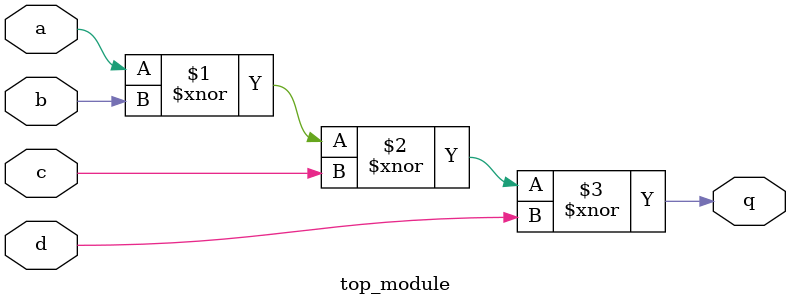
<source format=v>
module top_module (
    input a,
    input b,
    input c,
    input d,
    output q );//

    assign q = (((a ~^ b)~^c)~^d) ; // Fix me

endmodule

</source>
